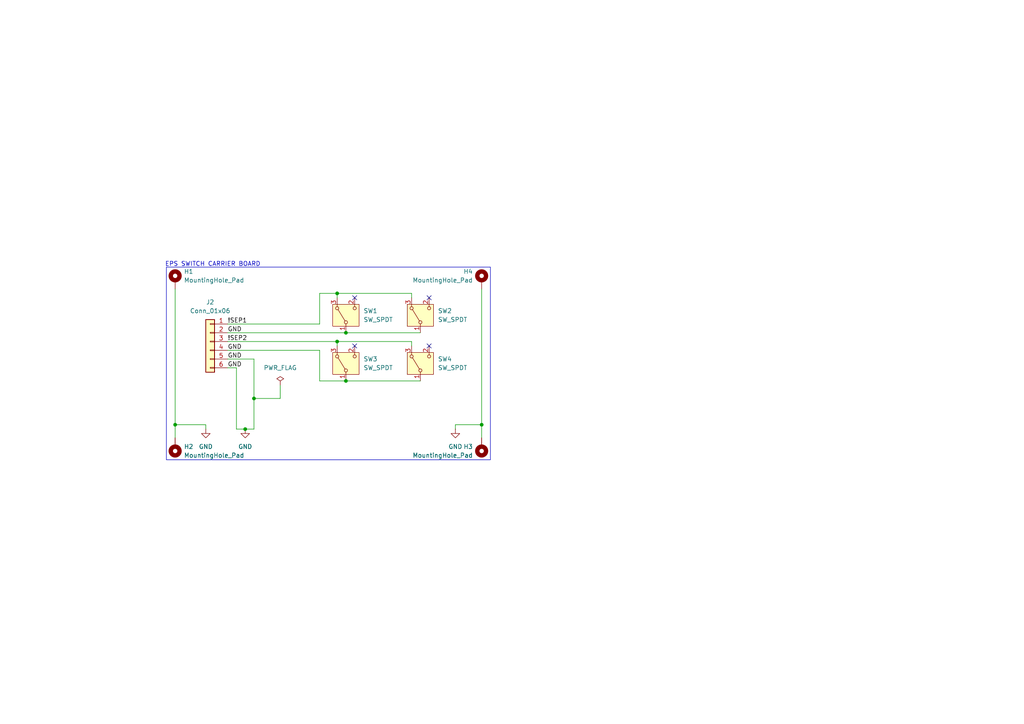
<source format=kicad_sch>
(kicad_sch (version 20250114) (generator "eeschema") (generator_version "9.0")
  (paper "A4")
  (lib_symbols
    (symbol "Connector_Generic:Conn_01x06" (pin_names (offset 1.016) (hide yes))
      (property "Reference" "J" (at 0 7.62 0))
      (property "Value" "Conn_01x06" (at 0 -10.16 0))
      (symbol "Conn_01x06_1_1"
        (rectangle (start -1.27 6.35) (end 1.27 -8.89) (stroke (width 0.254)) (fill (type background)))
        (rectangle (start -1.27 5.207) (end 0 4.953) (stroke (width 0.1524)))
        (rectangle (start -1.27 2.667) (end 0 2.413) (stroke (width 0.1524)))
        (rectangle (start -1.27 0.127) (end 0 -0.127) (stroke (width 0.1524)))
        (rectangle (start -1.27 -2.413) (end 0 -2.667) (stroke (width 0.1524)))
        (rectangle (start -1.27 -4.953) (end 0 -5.207) (stroke (width 0.1524)))
        (rectangle (start -1.27 -7.493) (end 0 -7.747) (stroke (width 0.1524)))
        (pin passive line (at -5.08 5.08 0) (length 3.81) (name "Pin_1") (number "1"))
        (pin passive line (at -5.08 2.54 0) (length 3.81) (name "Pin_2") (number "2"))
        (pin passive line (at -5.08 0 0) (length 3.81) (name "Pin_3") (number "3"))
        (pin passive line (at -5.08 -2.54 0) (length 3.81) (name "Pin_4") (number "4"))
        (pin passive line (at -5.08 -5.08 0) (length 3.81) (name "Pin_5") (number "5"))
        (pin passive line (at -5.08 -7.62 0) (length 3.81) (name "Pin_6") (number "6"))
      )
    )
    (symbol "Mechanical:MountingHole_Pad" (pin_numbers (hide yes)) (pin_names (offset 1.016) (hide yes)) (in_bom no)
      (property "Reference" "H" (at 0 6.35 0))
      (property "Value" "MountingHole_Pad" (at 0 4.445 0))
      (symbol "MountingHole_Pad_0_1"
        (circle (center 0 1.27) (radius 1.27) (stroke (width 1.27)))
      )
      (symbol "MountingHole_Pad_1_1"
        (pin input line (at 0 -2.54 90) (length 2.54) (name "1") (number "1"))
      )
    )
    (symbol "Switch:SW_SPDT" (pin_names (offset 0) (hide yes))
      (property "Reference" "SW1" (at 0 8.89 0))
      (property "Value" "SW_SPDT" (at 0 6.35 0))
      (symbol "SW_SPDT_0_1"
        (circle (center -2.032 0) (radius 0.4572))
        (polyline (pts (xy -1.651 0.254) (xy 1.651 2.286)))
        (circle (center 2.032 2.54) (radius 0.4572))
        (circle (center 2.032 -2.54) (radius 0.4572))
      )
      (symbol "SW_SPDT_1_1"
        (rectangle (start -3.175 3.81) (end 3.175 -3.81) (fill (type background)))
        (pin passive line (at -5.08 0 0) (length 2.54) (name "1") (number "1"))
        (pin passive line (at 5.08 2.54 180) (length 2.54) (name "3") (number "3"))
        (pin passive line (at 5.08 -2.54 180) (length 2.54) (name "2") (number "2"))
      )
    )
    (symbol "power:GND" (power) (pin_numbers (hide yes)) (pin_names (offset 0) (hide yes))
      (property "Value" "GND" (at 0 -3.81 0))
      (symbol "GND_0_1"
        (polyline (pts (xy 0 0) (xy 0 -1.27) (xy 1.27 -1.27) (xy 0 -2.54) (xy -1.27 -1.27) (xy 0 -1.27)))
      )
      (symbol "GND_1_1"
        (pin power_in line (at 0 0 270) (length 0) (name "~") (number "1"))
      )
    )
    (symbol "power:PWR_FLAG" (power) (pin_numbers (hide yes)) (pin_names (offset 0) (hide yes))
      (property "Value" "PWR_FLAG" (at 0 3.81 0))
      (symbol "PWR_FLAG_0_0"
        (pin power_out line (at 0 0 90) (length 0) (name "~") (number "1"))
      )
      (symbol "PWR_FLAG_0_1"
        (polyline (pts (xy 0 0) (xy 0 1.27) (xy -1.016 1.905) (xy 0 2.54) (xy 1.016 1.905) (xy 0 1.27)))
      )
    )
  )
  (rectangle (start 48.26 77.47) (end 142.24 133.35))
  (text "EPS SWITCH CARRIER BOARD" (at 61.722 76.708 0) (effects (font (size 1.27 1.27))))
  (junction (at 139.7 123.19))
  (junction (at 50.8 123.19))
  (junction (at 100.33 110.49))
  (junction (at 73.66 115.57))
  (junction (at 97.79 99.06))
  (junction (at 97.79 85.09))
  (junction (at 71.12 124.46))
  (junction (at 100.33 96.52))
  (no_connect (at 124.46 100.33))
  (no_connect (at 124.46 86.36))
  (no_connect (at 102.87 100.33))
  (no_connect (at 102.87 86.36))
  (wire (pts (xy 66.04 93.98) (xy 92.71 93.98)))
  (wire (pts (xy 139.7 83.82) (xy 139.7 123.19)))
  (wire (pts (xy 71.12 124.46) (xy 73.66 124.46)))
  (wire (pts (xy 68.58 124.46) (xy 71.12 124.46)))
  (wire (pts (xy 100.33 96.52) (xy 121.92 96.52)))
  (wire (pts (xy 119.38 85.09) (xy 119.38 86.36)))
  (wire (pts (xy 132.08 124.46) (xy 132.08 123.19)))
  (wire (pts (xy 66.04 106.68) (xy 68.58 106.68)))
  (wire (pts (xy 119.38 99.06) (xy 119.38 100.33)))
  (wire (pts (xy 73.66 115.57) (xy 81.28 115.57)))
  (wire (pts (xy 66.04 96.52) (xy 100.33 96.52)))
  (wire (pts (xy 81.28 111.76) (xy 81.28 115.57)))
  (wire (pts (xy 92.71 85.09) (xy 97.79 85.09)))
  (wire (pts (xy 92.71 101.6) (xy 66.04 101.6)))
  (wire (pts (xy 139.7 123.19) (xy 139.7 127)))
  (wire (pts (xy 100.33 110.49) (xy 121.92 110.49)))
  (wire (pts (xy 59.69 124.46) (xy 59.69 123.19)))
  (wire (pts (xy 68.58 106.68) (xy 68.58 124.46)))
  (wire (pts (xy 97.79 85.09) (xy 97.79 86.36)))
  (wire (pts (xy 92.71 93.98) (xy 92.71 85.09)))
  (wire (pts (xy 73.66 104.14) (xy 73.66 115.57)))
  (wire (pts (xy 59.69 123.19) (xy 50.8 123.19)))
  (wire (pts (xy 50.8 123.19) (xy 50.8 127)))
  (wire (pts (xy 97.79 99.06) (xy 97.79 100.33)))
  (wire (pts (xy 92.71 110.49) (xy 100.33 110.49)))
  (wire (pts (xy 73.66 115.57) (xy 73.66 124.46)))
  (wire (pts (xy 50.8 83.82) (xy 50.8 123.19)))
  (wire (pts (xy 132.08 123.19) (xy 139.7 123.19)))
  (wire (pts (xy 97.79 85.09) (xy 119.38 85.09)))
  (wire (pts (xy 66.04 99.06) (xy 97.79 99.06)))
  (wire (pts (xy 97.79 99.06) (xy 119.38 99.06)))
  (wire (pts (xy 66.04 104.14) (xy 73.66 104.14)))
  (wire (pts (xy 92.71 101.6) (xy 92.71 110.49)))
  (label "GND" (at 66.04 101.6 0))
  (label "GND" (at 66.04 106.68 0))
  (label "!SEP2" (at 66.04 99.06 0))
  (label "GND" (at 66.04 96.52 0))
  (label "GND" (at 66.04 104.14 0))
  (label "!SEP1" (at 66.04 93.98 0))
  (symbol (lib_id "Mechanical:MountingHole_Pad") (at 139.7 129.54 0) (mirror x) (unit 1) (in_bom no)
    (property "Reference" "H3" (at 137.16 129.5399 0) (effects (justify right)))
    (property "Value" "MountingHole_Pad" (at 137.16 132.0799 0) (effects (justify right)))
    (property "Footprint" "MountingHole:MountingHole_3.2mm_M3_DIN965_Pad" (effects (hide yes)))
    (property "Description" "Mounting Hole with connection" (effects (hide yes)))
  )
  (symbol (lib_id "power:PWR_FLAG") (at 81.28 111.76 0) (unit 1)
    (property "Reference" "#FLG01" (effects (hide yes)))
    (property "Value" "PWR_FLAG" (at 81.28 106.68 0))
    (property "Description" "Special symbol for telling ERC where power comes from" (effects (hide yes)))
  )
  (symbol (lib_id "Switch:SW_SPDT") (at 121.92 105.41 90) (unit 1)
    (property "Reference" "SW4" (at 127 104.1399 90) (effects (justify right)))
    (property "Value" "SW_SPDT" (at 127 106.6799 90) (effects (justify right)))
    (property "Footprint" "D2F_L3_D3_THT:D2F_L3_D3_THT" (effects (hide yes)))
    (property "Description" "Switch, single pole double throw" (effects (hide yes)))
  )
  (symbol (lib_id "Switch:SW_SPDT") (at 100.33 91.44 90) (unit 1)
    (property "Reference" "SW1" (at 105.41 90.1699 90) (effects (justify right)))
    (property "Value" "SW_SPDT" (at 105.41 92.7099 90) (effects (justify right)))
    (property "Footprint" "D2F_L3_D3_THT:D2F_L3_D3_THT" (effects (hide yes)))
    (property "Description" "Switch, single pole double throw" (effects (hide yes)))
  )
  (symbol (lib_id "Mechanical:MountingHole_Pad") (at 50.8 81.28 0) (unit 1) (in_bom no)
    (property "Reference" "H1" (at 53.34 78.7399 0) (effects (justify left)))
    (property "Value" "MountingHole_Pad" (at 53.34 81.2799 0) (effects (justify left)))
    (property "Footprint" "MountingHole:MountingHole_3.2mm_M3_DIN965_Pad" (effects (hide yes)))
    (property "Description" "Mounting Hole with connection" (effects (hide yes)))
  )
  (symbol (lib_id "Connector_Generic:Conn_01x06") (at 60.96 99.06 0) (mirror y) (unit 1)
    (property "Reference" "J2" (at 60.96 87.63 0))
    (property "Value" "Conn_01x06" (at 60.96 90.17 0))
    (property "Footprint" "Connector_Molex:Molex_PicoBlade_53261-0471_1x04-1MP_P1.25mm_Horizontal" (effects (hide yes)))
    (property "Description" "Generic connector, single row, 01x06, script generated (kicad-library-utils/schlib/autogen/connector/)" (effects (hide yes)))
  )
  (symbol (lib_id "Switch:SW_SPDT") (at 100.33 105.41 90) (unit 1)
    (property "Reference" "SW3" (at 105.41 104.1399 90) (effects (justify right)))
    (property "Value" "SW_SPDT" (at 105.41 106.6799 90) (effects (justify right)))
    (property "Footprint" "D2F_L3_D3_THT:D2F_L3_D3_THT" (effects (hide yes)))
    (property "Description" "Switch, single pole double throw" (effects (hide yes)))
  )
  (symbol (lib_id "Mechanical:MountingHole_Pad") (at 139.7 81.28 0) (mirror y) (unit 1) (in_bom no)
    (property "Reference" "H4" (at 137.16 78.7399 0) (effects (justify left)))
    (property "Value" "MountingHole_Pad" (at 137.16 81.2799 0) (effects (justify left)))
    (property "Footprint" "MountingHole:MountingHole_3.2mm_M3_DIN965_Pad" (effects (hide yes)))
    (property "Description" "Mounting Hole with connection" (effects (hide yes)))
  )
  (symbol (lib_id "Mechanical:MountingHole_Pad") (at 50.8 129.54 180) (unit 1) (in_bom no)
    (property "Reference" "H2" (at 53.34 129.5399 0) (effects (justify right)))
    (property "Value" "MountingHole_Pad" (at 53.34 132.0799 0) (effects (justify right)))
    (property "Footprint" "MountingHole:MountingHole_3.2mm_M3_DIN965_Pad" (effects (hide yes)))
    (property "Description" "Mounting Hole with connection" (effects (hide yes)))
  )
  (symbol (lib_id "power:GND") (at 132.08 124.46 0) (unit 1)
    (property "Reference" "#PWR03" (effects (hide yes)))
    (property "Value" "GND" (at 132.08 129.54 0))
    (property "Description" "Power symbol creates a global label with name \"GND\" , ground" (effects (hide yes)))
  )
  (symbol (lib_id "power:GND") (at 71.12 124.46 0) (unit 1)
    (property "Reference" "#PWR01" (effects (hide yes)))
    (property "Value" "GND" (at 71.12 129.54 0))
    (property "Description" "Power symbol creates a global label with name \"GND\" , ground" (effects (hide yes)))
  )
  (symbol (lib_id "Switch:SW_SPDT") (at 121.92 91.44 90) (unit 1)
    (property "Reference" "SW2" (at 127 90.1699 90) (effects (justify right)))
    (property "Value" "SW_SPDT" (at 127 92.7099 90) (effects (justify right)))
    (property "Footprint" "D2F_L3_D3_THT:D2F_L3_D3_THT" (effects (hide yes)))
    (property "Description" "Switch, single pole double throw" (effects (hide yes)))
  )
  (symbol (lib_id "power:GND") (at 59.69 124.46 0) (unit 1)
    (property "Reference" "#PWR02" (effects (hide yes)))
    (property "Value" "GND" (at 59.69 129.54 0))
    (property "Description" "Power symbol creates a global label with name \"GND\" , ground" (effects (hide yes)))
  )
)
</source>
